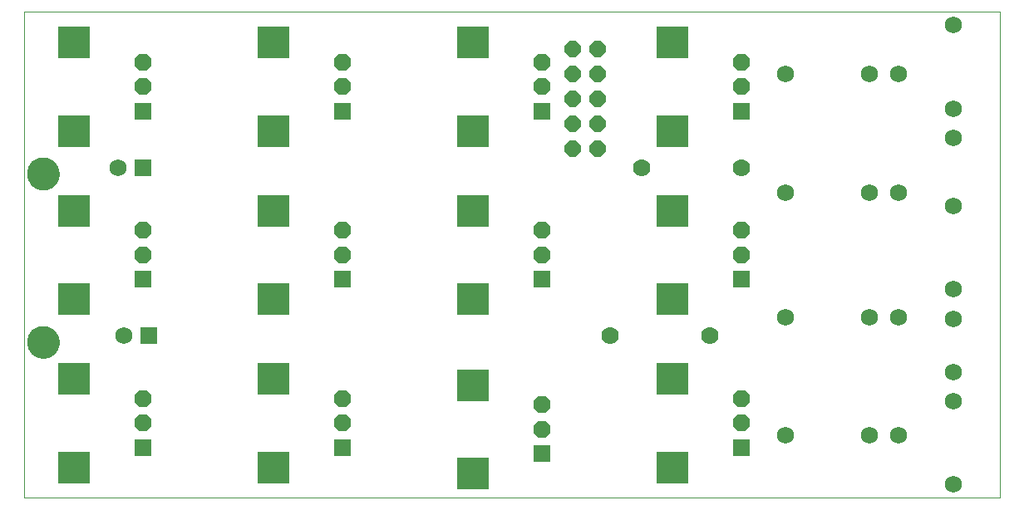
<source format=gts>
G75*
%MOIN*%
%OFA0B0*%
%FSLAX25Y25*%
%IPPOS*%
%LPD*%
%AMOC8*
5,1,8,0,0,1.08239X$1,22.5*
%
%ADD10C,0.00000*%
%ADD11C,0.12998*%
%ADD12R,0.06896X0.06896*%
%ADD13OC8,0.06896*%
%ADD14R,0.12668X0.12668*%
%ADD15R,0.06900X0.06900*%
%ADD16C,0.06900*%
%ADD17C,0.07000*%
%ADD18C,0.06896*%
%ADD19OC8,0.06400*%
D10*
X0002660Y0001000D02*
X0002660Y0195961D01*
X0393861Y0195961D01*
X0393861Y0001000D01*
X0002660Y0001000D01*
X0003861Y0063500D02*
X0003863Y0063658D01*
X0003869Y0063816D01*
X0003879Y0063974D01*
X0003893Y0064132D01*
X0003911Y0064289D01*
X0003932Y0064446D01*
X0003958Y0064602D01*
X0003988Y0064758D01*
X0004021Y0064913D01*
X0004059Y0065066D01*
X0004100Y0065219D01*
X0004145Y0065371D01*
X0004194Y0065522D01*
X0004247Y0065671D01*
X0004303Y0065819D01*
X0004363Y0065965D01*
X0004427Y0066110D01*
X0004495Y0066253D01*
X0004566Y0066395D01*
X0004640Y0066535D01*
X0004718Y0066672D01*
X0004800Y0066808D01*
X0004884Y0066942D01*
X0004973Y0067073D01*
X0005064Y0067202D01*
X0005159Y0067329D01*
X0005256Y0067454D01*
X0005357Y0067576D01*
X0005461Y0067695D01*
X0005568Y0067812D01*
X0005678Y0067926D01*
X0005791Y0068037D01*
X0005906Y0068146D01*
X0006024Y0068251D01*
X0006145Y0068353D01*
X0006268Y0068453D01*
X0006394Y0068549D01*
X0006522Y0068642D01*
X0006652Y0068732D01*
X0006785Y0068818D01*
X0006920Y0068902D01*
X0007056Y0068981D01*
X0007195Y0069058D01*
X0007336Y0069130D01*
X0007478Y0069200D01*
X0007622Y0069265D01*
X0007768Y0069327D01*
X0007915Y0069385D01*
X0008064Y0069440D01*
X0008214Y0069491D01*
X0008365Y0069538D01*
X0008517Y0069581D01*
X0008670Y0069620D01*
X0008825Y0069656D01*
X0008980Y0069687D01*
X0009136Y0069715D01*
X0009292Y0069739D01*
X0009449Y0069759D01*
X0009607Y0069775D01*
X0009764Y0069787D01*
X0009923Y0069795D01*
X0010081Y0069799D01*
X0010239Y0069799D01*
X0010397Y0069795D01*
X0010556Y0069787D01*
X0010713Y0069775D01*
X0010871Y0069759D01*
X0011028Y0069739D01*
X0011184Y0069715D01*
X0011340Y0069687D01*
X0011495Y0069656D01*
X0011650Y0069620D01*
X0011803Y0069581D01*
X0011955Y0069538D01*
X0012106Y0069491D01*
X0012256Y0069440D01*
X0012405Y0069385D01*
X0012552Y0069327D01*
X0012698Y0069265D01*
X0012842Y0069200D01*
X0012984Y0069130D01*
X0013125Y0069058D01*
X0013264Y0068981D01*
X0013400Y0068902D01*
X0013535Y0068818D01*
X0013668Y0068732D01*
X0013798Y0068642D01*
X0013926Y0068549D01*
X0014052Y0068453D01*
X0014175Y0068353D01*
X0014296Y0068251D01*
X0014414Y0068146D01*
X0014529Y0068037D01*
X0014642Y0067926D01*
X0014752Y0067812D01*
X0014859Y0067695D01*
X0014963Y0067576D01*
X0015064Y0067454D01*
X0015161Y0067329D01*
X0015256Y0067202D01*
X0015347Y0067073D01*
X0015436Y0066942D01*
X0015520Y0066808D01*
X0015602Y0066672D01*
X0015680Y0066535D01*
X0015754Y0066395D01*
X0015825Y0066253D01*
X0015893Y0066110D01*
X0015957Y0065965D01*
X0016017Y0065819D01*
X0016073Y0065671D01*
X0016126Y0065522D01*
X0016175Y0065371D01*
X0016220Y0065219D01*
X0016261Y0065066D01*
X0016299Y0064913D01*
X0016332Y0064758D01*
X0016362Y0064602D01*
X0016388Y0064446D01*
X0016409Y0064289D01*
X0016427Y0064132D01*
X0016441Y0063974D01*
X0016451Y0063816D01*
X0016457Y0063658D01*
X0016459Y0063500D01*
X0016457Y0063342D01*
X0016451Y0063184D01*
X0016441Y0063026D01*
X0016427Y0062868D01*
X0016409Y0062711D01*
X0016388Y0062554D01*
X0016362Y0062398D01*
X0016332Y0062242D01*
X0016299Y0062087D01*
X0016261Y0061934D01*
X0016220Y0061781D01*
X0016175Y0061629D01*
X0016126Y0061478D01*
X0016073Y0061329D01*
X0016017Y0061181D01*
X0015957Y0061035D01*
X0015893Y0060890D01*
X0015825Y0060747D01*
X0015754Y0060605D01*
X0015680Y0060465D01*
X0015602Y0060328D01*
X0015520Y0060192D01*
X0015436Y0060058D01*
X0015347Y0059927D01*
X0015256Y0059798D01*
X0015161Y0059671D01*
X0015064Y0059546D01*
X0014963Y0059424D01*
X0014859Y0059305D01*
X0014752Y0059188D01*
X0014642Y0059074D01*
X0014529Y0058963D01*
X0014414Y0058854D01*
X0014296Y0058749D01*
X0014175Y0058647D01*
X0014052Y0058547D01*
X0013926Y0058451D01*
X0013798Y0058358D01*
X0013668Y0058268D01*
X0013535Y0058182D01*
X0013400Y0058098D01*
X0013264Y0058019D01*
X0013125Y0057942D01*
X0012984Y0057870D01*
X0012842Y0057800D01*
X0012698Y0057735D01*
X0012552Y0057673D01*
X0012405Y0057615D01*
X0012256Y0057560D01*
X0012106Y0057509D01*
X0011955Y0057462D01*
X0011803Y0057419D01*
X0011650Y0057380D01*
X0011495Y0057344D01*
X0011340Y0057313D01*
X0011184Y0057285D01*
X0011028Y0057261D01*
X0010871Y0057241D01*
X0010713Y0057225D01*
X0010556Y0057213D01*
X0010397Y0057205D01*
X0010239Y0057201D01*
X0010081Y0057201D01*
X0009923Y0057205D01*
X0009764Y0057213D01*
X0009607Y0057225D01*
X0009449Y0057241D01*
X0009292Y0057261D01*
X0009136Y0057285D01*
X0008980Y0057313D01*
X0008825Y0057344D01*
X0008670Y0057380D01*
X0008517Y0057419D01*
X0008365Y0057462D01*
X0008214Y0057509D01*
X0008064Y0057560D01*
X0007915Y0057615D01*
X0007768Y0057673D01*
X0007622Y0057735D01*
X0007478Y0057800D01*
X0007336Y0057870D01*
X0007195Y0057942D01*
X0007056Y0058019D01*
X0006920Y0058098D01*
X0006785Y0058182D01*
X0006652Y0058268D01*
X0006522Y0058358D01*
X0006394Y0058451D01*
X0006268Y0058547D01*
X0006145Y0058647D01*
X0006024Y0058749D01*
X0005906Y0058854D01*
X0005791Y0058963D01*
X0005678Y0059074D01*
X0005568Y0059188D01*
X0005461Y0059305D01*
X0005357Y0059424D01*
X0005256Y0059546D01*
X0005159Y0059671D01*
X0005064Y0059798D01*
X0004973Y0059927D01*
X0004884Y0060058D01*
X0004800Y0060192D01*
X0004718Y0060328D01*
X0004640Y0060465D01*
X0004566Y0060605D01*
X0004495Y0060747D01*
X0004427Y0060890D01*
X0004363Y0061035D01*
X0004303Y0061181D01*
X0004247Y0061329D01*
X0004194Y0061478D01*
X0004145Y0061629D01*
X0004100Y0061781D01*
X0004059Y0061934D01*
X0004021Y0062087D01*
X0003988Y0062242D01*
X0003958Y0062398D01*
X0003932Y0062554D01*
X0003911Y0062711D01*
X0003893Y0062868D01*
X0003879Y0063026D01*
X0003869Y0063184D01*
X0003863Y0063342D01*
X0003861Y0063500D01*
X0003861Y0131000D02*
X0003863Y0131158D01*
X0003869Y0131316D01*
X0003879Y0131474D01*
X0003893Y0131632D01*
X0003911Y0131789D01*
X0003932Y0131946D01*
X0003958Y0132102D01*
X0003988Y0132258D01*
X0004021Y0132413D01*
X0004059Y0132566D01*
X0004100Y0132719D01*
X0004145Y0132871D01*
X0004194Y0133022D01*
X0004247Y0133171D01*
X0004303Y0133319D01*
X0004363Y0133465D01*
X0004427Y0133610D01*
X0004495Y0133753D01*
X0004566Y0133895D01*
X0004640Y0134035D01*
X0004718Y0134172D01*
X0004800Y0134308D01*
X0004884Y0134442D01*
X0004973Y0134573D01*
X0005064Y0134702D01*
X0005159Y0134829D01*
X0005256Y0134954D01*
X0005357Y0135076D01*
X0005461Y0135195D01*
X0005568Y0135312D01*
X0005678Y0135426D01*
X0005791Y0135537D01*
X0005906Y0135646D01*
X0006024Y0135751D01*
X0006145Y0135853D01*
X0006268Y0135953D01*
X0006394Y0136049D01*
X0006522Y0136142D01*
X0006652Y0136232D01*
X0006785Y0136318D01*
X0006920Y0136402D01*
X0007056Y0136481D01*
X0007195Y0136558D01*
X0007336Y0136630D01*
X0007478Y0136700D01*
X0007622Y0136765D01*
X0007768Y0136827D01*
X0007915Y0136885D01*
X0008064Y0136940D01*
X0008214Y0136991D01*
X0008365Y0137038D01*
X0008517Y0137081D01*
X0008670Y0137120D01*
X0008825Y0137156D01*
X0008980Y0137187D01*
X0009136Y0137215D01*
X0009292Y0137239D01*
X0009449Y0137259D01*
X0009607Y0137275D01*
X0009764Y0137287D01*
X0009923Y0137295D01*
X0010081Y0137299D01*
X0010239Y0137299D01*
X0010397Y0137295D01*
X0010556Y0137287D01*
X0010713Y0137275D01*
X0010871Y0137259D01*
X0011028Y0137239D01*
X0011184Y0137215D01*
X0011340Y0137187D01*
X0011495Y0137156D01*
X0011650Y0137120D01*
X0011803Y0137081D01*
X0011955Y0137038D01*
X0012106Y0136991D01*
X0012256Y0136940D01*
X0012405Y0136885D01*
X0012552Y0136827D01*
X0012698Y0136765D01*
X0012842Y0136700D01*
X0012984Y0136630D01*
X0013125Y0136558D01*
X0013264Y0136481D01*
X0013400Y0136402D01*
X0013535Y0136318D01*
X0013668Y0136232D01*
X0013798Y0136142D01*
X0013926Y0136049D01*
X0014052Y0135953D01*
X0014175Y0135853D01*
X0014296Y0135751D01*
X0014414Y0135646D01*
X0014529Y0135537D01*
X0014642Y0135426D01*
X0014752Y0135312D01*
X0014859Y0135195D01*
X0014963Y0135076D01*
X0015064Y0134954D01*
X0015161Y0134829D01*
X0015256Y0134702D01*
X0015347Y0134573D01*
X0015436Y0134442D01*
X0015520Y0134308D01*
X0015602Y0134172D01*
X0015680Y0134035D01*
X0015754Y0133895D01*
X0015825Y0133753D01*
X0015893Y0133610D01*
X0015957Y0133465D01*
X0016017Y0133319D01*
X0016073Y0133171D01*
X0016126Y0133022D01*
X0016175Y0132871D01*
X0016220Y0132719D01*
X0016261Y0132566D01*
X0016299Y0132413D01*
X0016332Y0132258D01*
X0016362Y0132102D01*
X0016388Y0131946D01*
X0016409Y0131789D01*
X0016427Y0131632D01*
X0016441Y0131474D01*
X0016451Y0131316D01*
X0016457Y0131158D01*
X0016459Y0131000D01*
X0016457Y0130842D01*
X0016451Y0130684D01*
X0016441Y0130526D01*
X0016427Y0130368D01*
X0016409Y0130211D01*
X0016388Y0130054D01*
X0016362Y0129898D01*
X0016332Y0129742D01*
X0016299Y0129587D01*
X0016261Y0129434D01*
X0016220Y0129281D01*
X0016175Y0129129D01*
X0016126Y0128978D01*
X0016073Y0128829D01*
X0016017Y0128681D01*
X0015957Y0128535D01*
X0015893Y0128390D01*
X0015825Y0128247D01*
X0015754Y0128105D01*
X0015680Y0127965D01*
X0015602Y0127828D01*
X0015520Y0127692D01*
X0015436Y0127558D01*
X0015347Y0127427D01*
X0015256Y0127298D01*
X0015161Y0127171D01*
X0015064Y0127046D01*
X0014963Y0126924D01*
X0014859Y0126805D01*
X0014752Y0126688D01*
X0014642Y0126574D01*
X0014529Y0126463D01*
X0014414Y0126354D01*
X0014296Y0126249D01*
X0014175Y0126147D01*
X0014052Y0126047D01*
X0013926Y0125951D01*
X0013798Y0125858D01*
X0013668Y0125768D01*
X0013535Y0125682D01*
X0013400Y0125598D01*
X0013264Y0125519D01*
X0013125Y0125442D01*
X0012984Y0125370D01*
X0012842Y0125300D01*
X0012698Y0125235D01*
X0012552Y0125173D01*
X0012405Y0125115D01*
X0012256Y0125060D01*
X0012106Y0125009D01*
X0011955Y0124962D01*
X0011803Y0124919D01*
X0011650Y0124880D01*
X0011495Y0124844D01*
X0011340Y0124813D01*
X0011184Y0124785D01*
X0011028Y0124761D01*
X0010871Y0124741D01*
X0010713Y0124725D01*
X0010556Y0124713D01*
X0010397Y0124705D01*
X0010239Y0124701D01*
X0010081Y0124701D01*
X0009923Y0124705D01*
X0009764Y0124713D01*
X0009607Y0124725D01*
X0009449Y0124741D01*
X0009292Y0124761D01*
X0009136Y0124785D01*
X0008980Y0124813D01*
X0008825Y0124844D01*
X0008670Y0124880D01*
X0008517Y0124919D01*
X0008365Y0124962D01*
X0008214Y0125009D01*
X0008064Y0125060D01*
X0007915Y0125115D01*
X0007768Y0125173D01*
X0007622Y0125235D01*
X0007478Y0125300D01*
X0007336Y0125370D01*
X0007195Y0125442D01*
X0007056Y0125519D01*
X0006920Y0125598D01*
X0006785Y0125682D01*
X0006652Y0125768D01*
X0006522Y0125858D01*
X0006394Y0125951D01*
X0006268Y0126047D01*
X0006145Y0126147D01*
X0006024Y0126249D01*
X0005906Y0126354D01*
X0005791Y0126463D01*
X0005678Y0126574D01*
X0005568Y0126688D01*
X0005461Y0126805D01*
X0005357Y0126924D01*
X0005256Y0127046D01*
X0005159Y0127171D01*
X0005064Y0127298D01*
X0004973Y0127427D01*
X0004884Y0127558D01*
X0004800Y0127692D01*
X0004718Y0127828D01*
X0004640Y0127965D01*
X0004566Y0128105D01*
X0004495Y0128247D01*
X0004427Y0128390D01*
X0004363Y0128535D01*
X0004303Y0128681D01*
X0004247Y0128829D01*
X0004194Y0128978D01*
X0004145Y0129129D01*
X0004100Y0129281D01*
X0004059Y0129434D01*
X0004021Y0129587D01*
X0003988Y0129742D01*
X0003958Y0129898D01*
X0003932Y0130054D01*
X0003911Y0130211D01*
X0003893Y0130368D01*
X0003879Y0130526D01*
X0003869Y0130684D01*
X0003863Y0130842D01*
X0003861Y0131000D01*
D11*
X0010160Y0131000D03*
X0010160Y0063500D03*
D12*
X0050219Y0088657D03*
X0130219Y0088657D03*
X0210219Y0088657D03*
X0290219Y0088657D03*
X0290219Y0156157D03*
X0210219Y0156157D03*
X0130219Y0156157D03*
X0050219Y0156157D03*
X0050219Y0021157D03*
X0130219Y0021157D03*
X0210219Y0018657D03*
X0290219Y0021157D03*
D13*
X0290219Y0031000D03*
X0290219Y0040843D03*
X0210219Y0038343D03*
X0210219Y0028500D03*
X0130219Y0031000D03*
X0130219Y0040843D03*
X0050219Y0040843D03*
X0050219Y0031000D03*
X0050219Y0098500D03*
X0050219Y0108343D03*
X0130219Y0108343D03*
X0130219Y0098500D03*
X0210219Y0098500D03*
X0210219Y0108343D03*
X0290219Y0108343D03*
X0290219Y0098500D03*
X0290219Y0166000D03*
X0290219Y0175843D03*
X0210219Y0175843D03*
X0210219Y0166000D03*
X0130219Y0166000D03*
X0130219Y0175843D03*
X0050219Y0175843D03*
X0050219Y0166000D03*
D14*
X0022660Y0148283D03*
X0022660Y0116217D03*
X0022660Y0080783D03*
X0022660Y0048717D03*
X0022660Y0013283D03*
X0102660Y0013283D03*
X0102660Y0048717D03*
X0102660Y0080783D03*
X0102660Y0116217D03*
X0102660Y0148283D03*
X0102660Y0183717D03*
X0022660Y0183717D03*
X0182660Y0183717D03*
X0182660Y0148283D03*
X0182660Y0116217D03*
X0182660Y0080783D03*
X0182660Y0046217D03*
X0182660Y0010783D03*
X0262660Y0013283D03*
X0262660Y0048717D03*
X0262660Y0080783D03*
X0262660Y0116217D03*
X0262660Y0148283D03*
X0262660Y0183717D03*
D15*
X0050160Y0133500D03*
X0052660Y0066000D03*
D16*
X0042660Y0066000D03*
X0040160Y0133500D03*
D17*
X0237660Y0066000D03*
X0277660Y0066000D03*
X0290160Y0133500D03*
X0250160Y0133500D03*
D18*
X0307975Y0123500D03*
X0341439Y0123500D03*
X0353250Y0123500D03*
X0375160Y0118185D03*
X0375160Y0145409D03*
X0375160Y0157220D03*
X0353250Y0171000D03*
X0341439Y0171000D03*
X0307975Y0171000D03*
X0375160Y0190685D03*
X0375160Y0084720D03*
X0375160Y0072909D03*
X0353250Y0073500D03*
X0341439Y0073500D03*
X0307975Y0073500D03*
X0375160Y0051591D03*
X0375160Y0039780D03*
X0353250Y0026000D03*
X0341439Y0026000D03*
X0307975Y0026000D03*
X0375160Y0006315D03*
D19*
X0232660Y0141000D03*
X0222660Y0141000D03*
X0222660Y0151000D03*
X0232660Y0151000D03*
X0232660Y0161000D03*
X0222660Y0161000D03*
X0222660Y0171000D03*
X0232660Y0171000D03*
X0232660Y0181000D03*
X0222660Y0181000D03*
M02*

</source>
